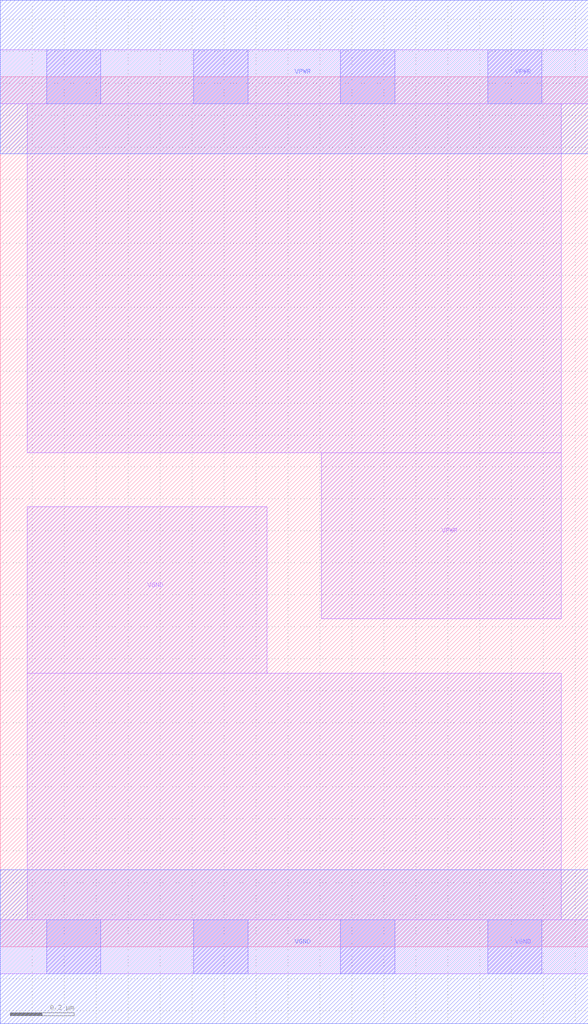
<source format=lef>
# Copyright 2020 The SkyWater PDK Authors
#
# Licensed under the Apache License, Version 2.0 (the "License");
# you may not use this file except in compliance with the License.
# You may obtain a copy of the License at
#
#     https://www.apache.org/licenses/LICENSE-2.0
#
# Unless required by applicable law or agreed to in writing, software
# distributed under the License is distributed on an "AS IS" BASIS,
# WITHOUT WARRANTIES OR CONDITIONS OF ANY KIND, either express or implied.
# See the License for the specific language governing permissions and
# limitations under the License.
#
# SPDX-License-Identifier: Apache-2.0

VERSION 5.7 ;
  NAMESCASESENSITIVE ON ;
  NOWIREEXTENSIONATPIN ON ;
  DIVIDERCHAR "/" ;
  BUSBITCHARS "[]" ;
UNITS
  DATABASE MICRONS 200 ;
END UNITS
PROPERTYDEFINITIONS
  MACRO maskLayoutSubType STRING ;
  MACRO prCellType STRING ;
  MACRO originalViewName STRING ;
END PROPERTYDEFINITIONS
MACRO sky130_fd_sc_hdll__decap_4
  CLASS CORE ;
  FOREIGN sky130_fd_sc_hdll__decap_4 ;
  ORIGIN  0.000000  0.000000 ;
  SIZE  1.840000 BY  2.720000 ;
  SYMMETRY X Y R90 ;
  SITE unithd ;
  PIN VGND
    DIRECTION INOUT ;
    USE GROUND ;
    PORT
      LAYER li1 ;
        RECT 0.000000 -0.085000 1.840000 0.085000 ;
        RECT 0.085000  0.085000 1.755000 0.855000 ;
        RECT 0.085000  0.855000 0.835000 1.375000 ;
      LAYER mcon ;
        RECT 0.145000 -0.085000 0.315000 0.085000 ;
        RECT 0.605000 -0.085000 0.775000 0.085000 ;
        RECT 1.065000 -0.085000 1.235000 0.085000 ;
        RECT 1.525000 -0.085000 1.695000 0.085000 ;
      LAYER met1 ;
        RECT 0.000000 -0.240000 1.840000 0.240000 ;
    END
  END VGND
  PIN VPWR
    DIRECTION INOUT ;
    USE POWER ;
    PORT
      LAYER li1 ;
        RECT 0.000000 2.635000 1.840000 2.805000 ;
        RECT 0.085000 1.545000 1.755000 2.635000 ;
        RECT 1.005000 1.025000 1.755000 1.545000 ;
      LAYER mcon ;
        RECT 0.145000 2.635000 0.315000 2.805000 ;
        RECT 0.605000 2.635000 0.775000 2.805000 ;
        RECT 1.065000 2.635000 1.235000 2.805000 ;
        RECT 1.525000 2.635000 1.695000 2.805000 ;
      LAYER met1 ;
        RECT 0.000000 2.480000 1.840000 2.960000 ;
    END
  END VPWR
  PROPERTY maskLayoutSubType "abstract" ;
  PROPERTY prCellType "standard" ;
  PROPERTY originalViewName "layout" ;
END sky130_fd_sc_hdll__decap_4

</source>
